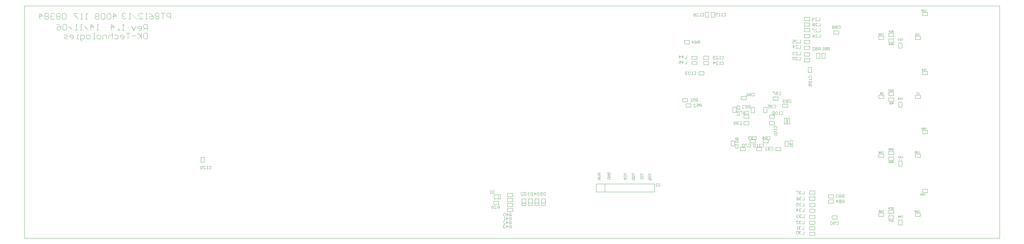
<source format=gbo>
*%FSLAX23Y23*%
*%MOIN*%
G01*
D11*
X4162Y5737D02*
Y8532D01*
X15879D02*
Y5737D01*
X4162D01*
Y8532D02*
X15879D01*
D12*
X14986Y8483D02*
X14983Y8480D01*
X14986Y8483D02*
X14993D01*
X14996Y8480D01*
Y8466D01*
X14993Y8463D01*
X14986D01*
X14983Y8466D01*
X14976Y8463D02*
X14963D01*
X14976D02*
X14963Y8476D01*
Y8480D01*
X14966Y8483D01*
X14973D01*
X14976Y8480D01*
X14956Y8483D02*
X14943D01*
X14956D02*
Y8473D01*
X14949Y8476D01*
X14946D01*
X14943Y8473D01*
Y8466D01*
X14946Y8463D01*
X14953D01*
X14956Y8466D01*
X14986Y7065D02*
X14983Y7062D01*
X14986Y7065D02*
X14993D01*
X14996Y7062D01*
Y7048D01*
X14993Y7045D01*
X14986D01*
X14983Y7048D01*
X14976Y7065D02*
X14963D01*
X14976D02*
Y7055D01*
X14969Y7058D01*
X14966D01*
X14963Y7055D01*
Y7048D01*
X14966Y7045D01*
X14973D01*
X14976Y7048D01*
X14956Y7062D02*
X14953Y7065D01*
X14946D01*
X14943Y7062D01*
Y7048D01*
X14946Y7045D01*
X14953D01*
X14956Y7048D01*
Y7062D01*
X14983Y7770D02*
X14986Y7773D01*
X14993D01*
X14996Y7770D01*
Y7756D01*
X14993Y7753D01*
X14986D01*
X14983Y7756D01*
X14976Y7753D02*
X14969D01*
X14973D01*
Y7773D01*
X14974D01*
X14973D02*
X14976Y7770D01*
X14953D02*
X14946Y7773D01*
X14953Y7770D02*
X14959Y7763D01*
Y7756D01*
X14956Y7753D01*
X14949D01*
X14946Y7756D01*
Y7760D01*
X14949Y7763D01*
X14959D01*
X14701Y7428D02*
X14698Y7425D01*
X14701Y7428D02*
X14708D01*
X14711Y7425D01*
Y7411D01*
X14708Y7408D01*
X14701D01*
X14698Y7411D01*
X14691Y7408D02*
X14684D01*
X14688D01*
Y7428D01*
X14689D01*
X14688D02*
X14691Y7425D01*
X14674Y7428D02*
X14661D01*
X14674D02*
Y7418D01*
X14668Y7421D01*
X14664D01*
X14661Y7418D01*
Y7411D01*
X14664Y7408D01*
X14671D01*
X14674Y7411D01*
X14898Y7485D02*
X14901Y7488D01*
X14908D01*
X14911Y7485D01*
Y7471D01*
X14908Y7468D01*
X14901D01*
X14898Y7471D01*
X14891Y7488D02*
X14878D01*
Y7485D01*
X14891Y7471D01*
Y7468D01*
X14898Y8195D02*
X14901Y8198D01*
X14908D01*
X14911Y8195D01*
Y8181D01*
X14908Y8178D01*
X14901D01*
X14898Y8181D01*
X14891Y8178D02*
X14878D01*
X14891D02*
X14878Y8191D01*
Y8195D01*
X14881Y8198D01*
X14888D01*
X14891Y8195D01*
X14871Y8178D02*
X14864D01*
X14868D01*
Y8198D01*
X14869D01*
X14868D02*
X14871Y8195D01*
X14701Y8138D02*
X14698Y8135D01*
X14701Y8138D02*
X14708D01*
X14711Y8135D01*
Y8121D01*
X14708Y8118D01*
X14701D01*
X14698Y8121D01*
X14691Y8118D02*
X14678D01*
X14691D02*
X14678Y8131D01*
Y8135D01*
X14681Y8138D01*
X14688D01*
X14691Y8135D01*
X14671D02*
X14668Y8138D01*
X14661D01*
X14658Y8135D01*
Y8131D01*
X14659D01*
X14658D02*
X14659D01*
X14658D02*
X14659D01*
X14658D02*
X14661Y8128D01*
X14664D01*
X14661D01*
X14658Y8125D01*
Y8121D01*
X14661Y8118D01*
X14668D01*
X14671Y8121D01*
X14972Y6275D02*
X14969Y6272D01*
X14972Y6275D02*
X14979D01*
X14982Y6272D01*
Y6258D01*
X14979Y6255D01*
X14972D01*
X14969Y6258D01*
X14955Y6272D02*
X14949Y6275D01*
X14955Y6272D02*
X14962Y6265D01*
Y6258D01*
X14959Y6255D01*
X14952D01*
X14949Y6258D01*
Y6262D01*
X14952Y6265D01*
X14962D01*
X14942Y6258D02*
X14939Y6255D01*
X14932D01*
X14929Y6258D01*
Y6272D01*
X14932Y6275D01*
X14939D01*
X14942Y6272D01*
Y6268D01*
X14939Y6265D01*
X14929D01*
X14701Y6011D02*
X14698Y6008D01*
X14701Y6011D02*
X14708D01*
X14711Y6008D01*
Y5994D01*
X14708Y5991D01*
X14701D01*
X14698Y5994D01*
X14684Y6008D02*
X14678Y6011D01*
X14684Y6008D02*
X14691Y6001D01*
Y5994D01*
X14688Y5991D01*
X14681D01*
X14678Y5994D01*
Y5998D01*
X14681Y6001D01*
X14691D01*
X14664Y6008D02*
X14658Y6011D01*
X14664Y6008D02*
X14671Y6001D01*
Y5994D01*
X14668Y5991D01*
X14661D01*
X14658Y5994D01*
Y5998D01*
X14661Y6001D01*
X14671D01*
X14898Y6068D02*
X14901Y6071D01*
X14908D01*
X14911Y6068D01*
Y6054D01*
X14908Y6051D01*
X14901D01*
X14898Y6054D01*
X14884Y6068D02*
X14878Y6071D01*
X14884Y6068D02*
X14891Y6061D01*
Y6054D01*
X14888Y6051D01*
X14881D01*
X14878Y6054D01*
Y6058D01*
X14881Y6061D01*
X14891D01*
X14861Y6071D02*
Y6051D01*
X14871Y6061D02*
X14861Y6071D01*
X14858Y6061D02*
X14871D01*
X14698Y6717D02*
X14701Y6720D01*
X14708D01*
X14711Y6717D01*
Y6703D01*
X14708Y6700D01*
X14701D01*
X14698Y6703D01*
X14681Y6700D02*
Y6720D01*
X14691Y6710D01*
X14678D01*
X14671Y6720D02*
X14658D01*
Y6717D01*
X14671Y6703D01*
Y6700D01*
X14898Y6777D02*
X14901Y6780D01*
X14908D01*
X14911Y6777D01*
Y6763D01*
X14908Y6760D01*
X14901D01*
X14898Y6763D01*
X14881Y6760D02*
Y6780D01*
X14891Y6770D01*
X14878D01*
X14871Y6780D02*
X14858D01*
X14871D02*
Y6770D01*
X14864Y6773D01*
X14861D01*
X14858Y6770D01*
Y6763D01*
X14861Y6760D01*
X14868D01*
X14871Y6763D01*
X14600Y7504D02*
Y7524D01*
X14590D01*
X14587Y7521D01*
Y7514D01*
X14590Y7511D01*
X14600D01*
X14593D02*
X14587Y7504D01*
X14580D02*
X14567D01*
X14580D02*
X14567Y7517D01*
Y7521D01*
X14570Y7524D01*
X14577D01*
X14580Y7521D01*
X14560D02*
X14557Y7524D01*
X14550D01*
X14547Y7521D01*
Y7517D01*
X14548D01*
X14547D02*
X14548D01*
X14547D02*
X14548D01*
X14547D02*
X14550Y7514D01*
X14553D01*
X14550D01*
X14547Y7511D01*
Y7507D01*
X14550Y7504D01*
X14557D01*
X14560Y7507D01*
X14470Y7489D02*
X14467Y7486D01*
X14470Y7489D02*
X14477D01*
X14480Y7486D01*
Y7472D01*
X14477Y7469D01*
X14470D01*
X14467Y7472D01*
X14460Y7486D02*
X14457Y7489D01*
X14450D01*
X14447Y7486D01*
Y7482D01*
X14450Y7479D01*
X14447Y7476D01*
Y7472D01*
X14450Y7469D01*
X14457D01*
X14460Y7472D01*
Y7476D01*
X14457Y7479D01*
X14460Y7482D01*
Y7486D01*
X14457Y7479D02*
X14450D01*
X14598Y7372D02*
Y7352D01*
Y7372D02*
X14588D01*
X14585Y7369D01*
Y7362D01*
X14588Y7359D01*
X14598D01*
X14591D02*
X14585Y7352D01*
X14578D02*
X14565D01*
X14578D02*
X14565Y7365D01*
Y7369D01*
X14568Y7372D01*
X14575D01*
X14578Y7369D01*
X14558Y7352D02*
X14551D01*
X14555D01*
Y7372D01*
X14556D01*
X14555D02*
X14558Y7369D01*
X14598Y8062D02*
Y8082D01*
X14588D01*
X14585Y8079D01*
Y8072D01*
X14588Y8069D01*
X14598D01*
X14591D02*
X14585Y8062D01*
X14578D02*
X14571D01*
X14575D01*
Y8082D01*
X14576D01*
X14575D02*
X14578Y8079D01*
X14561D02*
X14558Y8082D01*
X14551D01*
X14548Y8079D01*
Y8075D01*
X14551Y8072D01*
X14548Y8069D01*
Y8065D01*
X14551Y8062D01*
X14558D01*
X14561Y8065D01*
Y8069D01*
X14558Y8072D01*
X14561Y8075D01*
Y8079D01*
X14558Y8072D02*
X14551D01*
X14467Y8196D02*
X14470Y8199D01*
X14477D01*
X14480Y8196D01*
Y8182D01*
X14477Y8179D01*
X14470D01*
X14467Y8182D01*
X14460Y8179D02*
X14447D01*
X14460D02*
X14447Y8192D01*
Y8196D01*
X14450Y8199D01*
X14457D01*
X14460Y8196D01*
X14440Y8179D02*
X14427D01*
X14440D02*
X14427Y8192D01*
Y8196D01*
X14430Y8199D01*
X14437D01*
X14440Y8196D01*
X14600Y8214D02*
Y8234D01*
X14590D01*
X14587Y8231D01*
Y8224D01*
X14590Y8221D01*
X14600D01*
X14593D02*
X14587Y8214D01*
X14580D02*
X14573D01*
X14577D01*
Y8234D01*
X14578D01*
X14577D02*
X14580Y8231D01*
X14563Y8217D02*
X14560Y8214D01*
X14553D01*
X14550Y8217D01*
Y8231D01*
X14553Y8234D01*
X14560D01*
X14563Y8231D01*
Y8227D01*
X14560Y8224D01*
X14550D01*
X14470Y6781D02*
X14467Y6778D01*
X14470Y6781D02*
X14477D01*
X14480Y6778D01*
Y6764D01*
X14477Y6761D01*
X14470D01*
X14467Y6764D01*
X14450Y6761D02*
Y6781D01*
X14460Y6771D01*
X14447D01*
X14433Y6778D02*
X14427Y6781D01*
X14433Y6778D02*
X14440Y6771D01*
Y6764D01*
X14437Y6761D01*
X14430D01*
X14427Y6764D01*
Y6768D01*
X14430Y6771D01*
X14440D01*
X14600Y6107D02*
Y6087D01*
Y6107D02*
X14590D01*
X14587Y6104D01*
Y6097D01*
X14590Y6094D01*
X14600D01*
X14593D02*
X14587Y6087D01*
X14580Y6107D02*
X14567D01*
Y6104D01*
X14580Y6090D01*
Y6087D01*
X14560Y6090D02*
X14557Y6087D01*
X14550D01*
X14547Y6090D01*
Y6104D01*
X14550Y6107D01*
X14557D01*
X14560Y6104D01*
Y6100D01*
X14557Y6097D01*
X14547D01*
X14470Y6072D02*
X14467Y6069D01*
X14470Y6072D02*
X14477D01*
X14480Y6069D01*
Y6055D01*
X14477Y6052D01*
X14470D01*
X14467Y6055D01*
X14453Y6069D02*
X14447Y6072D01*
X14453Y6069D02*
X14460Y6062D01*
Y6055D01*
X14457Y6052D01*
X14450D01*
X14447Y6055D01*
Y6059D01*
X14450Y6062D01*
X14460D01*
X14440Y6072D02*
X14427D01*
X14440D02*
Y6062D01*
X14433Y6065D01*
X14430D01*
X14427Y6062D01*
Y6055D01*
X14430Y6052D01*
X14437D01*
X14440Y6055D01*
X14598Y5955D02*
Y5935D01*
Y5955D02*
X14588D01*
X14585Y5952D01*
Y5945D01*
X14588Y5942D01*
X14598D01*
X14591D02*
X14585Y5935D01*
X14578Y5955D02*
X14565D01*
Y5952D01*
X14578Y5938D01*
Y5935D01*
X14558Y5955D02*
X14545D01*
Y5952D01*
X14558Y5938D01*
Y5935D01*
X14600Y6796D02*
Y6816D01*
X14590D01*
X14587Y6813D01*
Y6806D01*
X14590Y6803D01*
X14600D01*
X14593D02*
X14587Y6796D01*
X14573Y6813D02*
X14567Y6816D01*
X14573Y6813D02*
X14580Y6806D01*
Y6799D01*
X14577Y6796D01*
X14570D01*
X14567Y6799D01*
Y6803D01*
X14570Y6806D01*
X14580D01*
X14560Y6813D02*
X14557Y6816D01*
X14550D01*
X14547Y6813D01*
Y6809D01*
X14550Y6806D01*
X14547Y6803D01*
Y6799D01*
X14550Y6796D01*
X14557D01*
X14560Y6799D01*
Y6803D01*
X14557Y6806D01*
X14560Y6809D01*
Y6813D01*
X14557Y6806D02*
X14550D01*
X14598Y6664D02*
Y6644D01*
Y6664D02*
X14588D01*
X14585Y6661D01*
Y6654D01*
X14588Y6651D01*
X14598D01*
X14591D02*
X14585Y6644D01*
X14571Y6661D02*
X14565Y6664D01*
X14571Y6661D02*
X14578Y6654D01*
Y6647D01*
X14575Y6644D01*
X14568D01*
X14565Y6647D01*
Y6651D01*
X14568Y6654D01*
X14578D01*
X14558Y6661D02*
X14555Y6664D01*
X14548D01*
X14545Y6661D01*
Y6647D01*
X14548Y6644D01*
X14555D01*
X14558Y6647D01*
Y6661D01*
D15*
X13351Y7112D02*
X13330D01*
X13318D02*
X13291D01*
X13299Y7181D02*
X13318D01*
X13312D02*
X13291D01*
X13330Y7179D02*
X13337D01*
X13333D02*
X13356D01*
X13330D02*
Y7112D01*
X13356Y7117D02*
Y7179D01*
X13318Y7181D02*
Y7112D01*
X13291D02*
Y7181D01*
X13356Y7117D02*
X13351Y7112D01*
X13721Y7997D02*
Y8032D01*
X13704D01*
X13698Y8026D01*
Y8014D01*
X13704Y8009D01*
X13721D01*
X13709D02*
X13698Y7997D01*
X13686Y8026D02*
X13680Y8032D01*
X13669D01*
X13663Y8026D01*
Y8020D01*
X13669Y8014D01*
X13663Y8009D01*
Y8003D01*
X13669Y7997D01*
X13680D01*
X13686Y8003D01*
Y8009D01*
X13680Y8014D01*
X13686Y8020D01*
Y8026D01*
X13680Y8014D02*
X13669D01*
X13651Y7997D02*
X13628D01*
X13651D02*
X13628Y8020D01*
Y8026D01*
X13634Y8032D01*
X13645D01*
X13651Y8026D01*
X13833Y8032D02*
Y7997D01*
Y8032D02*
X13816D01*
X13810Y8026D01*
Y8014D01*
X13816Y8009D01*
X13833D01*
X13821D02*
X13810Y7997D01*
X13798Y8026D02*
X13792Y8032D01*
X13781D01*
X13775Y8026D01*
Y8020D01*
X13781Y8014D01*
X13775Y8009D01*
Y8003D01*
X13781Y7997D01*
X13792D01*
X13798Y8003D01*
Y8009D01*
X13792Y8014D01*
X13798Y8020D01*
Y8026D01*
X13792Y8014D02*
X13781D01*
X13763Y7997D02*
X13751D01*
X13757D01*
Y8032D01*
X13758D01*
X13757D02*
X13763Y8026D01*
X13353Y7403D02*
X13347Y7397D01*
X13353Y7403D02*
X13364D01*
X13370Y7397D01*
Y7374D01*
X13364Y7368D01*
X13353D01*
X13347Y7374D01*
X13335Y7397D02*
X13329Y7403D01*
X13318D01*
X13312Y7397D01*
Y7391D01*
X13318Y7385D01*
X13312Y7380D01*
Y7374D01*
X13318Y7368D01*
X13329D01*
X13335Y7374D01*
Y7380D01*
X13329Y7385D01*
X13335Y7391D01*
Y7397D01*
X13329Y7385D02*
X13318D01*
X13300Y7374D02*
X13294Y7368D01*
X13283D01*
X13277Y7374D01*
Y7397D01*
X13283Y7403D01*
X13294D01*
X13300Y7397D01*
Y7391D01*
X13294Y7385D01*
X13277D01*
X13486Y7940D02*
Y7975D01*
Y7940D02*
X13463D01*
X13451D02*
X13428D01*
X13451D02*
X13428Y7963D01*
Y7969D01*
X13434Y7975D01*
X13445D01*
X13451Y7969D01*
X13416D02*
X13410Y7975D01*
X13399D01*
X13393Y7969D01*
Y7963D01*
X13394D01*
X13393D02*
X13394D01*
X13393D02*
X13394D01*
X13393D02*
X13399Y7957D01*
X13404D01*
X13399D01*
X13393Y7952D01*
Y7946D01*
X13399Y7940D01*
X13410D01*
X13416Y7946D01*
X13940Y8286D02*
X13946Y8292D01*
X13957D01*
X13963Y8286D01*
Y8263D01*
X13957Y8257D01*
X13946D01*
X13940Y8263D01*
X13928Y8286D02*
X13922Y8292D01*
X13911D01*
X13905Y8286D01*
Y8280D01*
X13911Y8274D01*
X13905Y8269D01*
Y8263D01*
X13911Y8257D01*
X13922D01*
X13928Y8263D01*
Y8269D01*
X13922Y8274D01*
X13928Y8280D01*
Y8286D01*
X13922Y8274D02*
X13911D01*
X13893Y8286D02*
X13887Y8292D01*
X13876D01*
X13870Y8286D01*
Y8280D01*
X13876Y8274D01*
X13870Y8269D01*
Y8263D01*
X13876Y8257D01*
X13887D01*
X13893Y8263D01*
Y8269D01*
X13887Y8274D01*
X13893Y8280D01*
Y8286D01*
X13887Y8274D02*
X13876D01*
X13231Y7497D02*
X13225Y7491D01*
X13231Y7497D02*
X13242D01*
X13248Y7491D01*
Y7468D01*
X13242Y7462D01*
X13231D01*
X13225Y7468D01*
X13213Y7491D02*
X13207Y7497D01*
X13196D01*
X13190Y7491D01*
Y7485D01*
X13196Y7479D01*
X13190Y7474D01*
Y7468D01*
X13196Y7462D01*
X13207D01*
X13213Y7468D01*
Y7474D01*
X13207Y7479D01*
X13213Y7485D01*
Y7491D01*
X13207Y7479D02*
X13196D01*
X13178Y7497D02*
X13155D01*
Y7491D01*
X13178Y7468D01*
Y7462D01*
X13356Y6900D02*
X13362Y6894D01*
X13356Y6900D02*
Y6911D01*
X13362Y6917D01*
X13385D01*
X13391Y6911D01*
Y6900D01*
X13385Y6894D01*
Y6882D02*
X13391Y6876D01*
Y6865D01*
X13385Y6859D01*
X13362D01*
X13356Y6865D01*
Y6876D01*
X13362Y6882D01*
X13368D01*
X13374Y6876D01*
Y6859D01*
X13391Y6847D02*
Y6835D01*
Y6841D01*
X13356D01*
X13357D01*
X13356D02*
X13362Y6847D01*
X13591Y7666D02*
X13585Y7672D01*
Y7683D01*
X13591Y7689D01*
X13614D01*
X13620Y7683D01*
Y7672D01*
X13614Y7666D01*
X13620Y7654D02*
Y7642D01*
Y7648D01*
X13585D01*
X13586D01*
X13585D02*
X13591Y7654D01*
Y7625D02*
X13585Y7619D01*
Y7607D01*
X13591Y7602D01*
X13614D01*
X13620Y7607D01*
Y7619D01*
X13614Y7625D01*
X13591D01*
X13585Y7590D02*
Y7567D01*
Y7590D02*
X13603D01*
X13597Y7578D01*
Y7572D01*
X13603Y7567D01*
X13614D01*
X13620Y7572D01*
Y7584D01*
X13614Y7590D01*
X13168Y7067D02*
X13174Y7061D01*
X13168Y7067D02*
Y7078D01*
X13174Y7084D01*
X13197D01*
X13203Y7078D01*
Y7067D01*
X13197Y7061D01*
X13203Y7049D02*
Y7037D01*
Y7043D01*
X13168D01*
X13169D01*
X13168D02*
X13174Y7049D01*
Y7020D02*
X13168Y7014D01*
Y7002D01*
X13174Y6997D01*
X13197D01*
X13203Y7002D01*
Y7014D01*
X13197Y7020D01*
X13174D01*
X13203Y6985D02*
Y6973D01*
Y6979D01*
X13168D01*
X13169D01*
X13168D02*
X13174Y6985D01*
X13250Y7253D02*
X13256Y7259D01*
X13267D01*
X13273Y7253D01*
Y7230D01*
X13267Y7224D01*
X13256D01*
X13250Y7230D01*
X13238Y7224D02*
X13226D01*
X13232D01*
Y7259D01*
X13233D01*
X13232D02*
X13238Y7253D01*
X13209D02*
X13203Y7259D01*
X13191D01*
X13186Y7253D01*
Y7230D01*
X13191Y7224D01*
X13203D01*
X13209Y7230D01*
Y7253D01*
X13174D02*
X13168Y7259D01*
X13156D01*
X13151Y7253D01*
Y7230D01*
X13156Y7224D01*
X13168D01*
X13174Y7230D01*
Y7253D01*
X13165Y7333D02*
X13171Y7339D01*
X13182D01*
X13188Y7333D01*
Y7310D01*
X13182Y7304D01*
X13171D01*
X13165Y7310D01*
X13153D02*
X13147Y7304D01*
X13136D01*
X13130Y7310D01*
Y7333D01*
X13136Y7339D01*
X13147D01*
X13153Y7333D01*
Y7327D01*
X13147Y7321D01*
X13130D01*
X13118Y7339D02*
X13095D01*
X13118D02*
Y7321D01*
X13106Y7327D01*
X13101D01*
X13095Y7321D01*
Y7310D01*
X13101Y7304D01*
X13112D01*
X13118Y7310D01*
X13105Y6960D02*
X13099Y6954D01*
X13105Y6960D02*
X13116D01*
X13122Y6954D01*
Y6931D01*
X13116Y6925D01*
X13105D01*
X13099Y6931D01*
X13087D02*
X13081Y6925D01*
X13070D01*
X13064Y6931D01*
Y6954D01*
X13070Y6960D01*
X13081D01*
X13087Y6954D01*
Y6948D01*
X13081Y6942D01*
X13064D01*
X13035Y6925D02*
Y6960D01*
X13052Y6942D01*
X13029D01*
X13485Y7880D02*
Y7915D01*
Y7880D02*
X13462D01*
X13450D02*
X13427D01*
X13450D02*
X13427Y7903D01*
Y7909D01*
X13433Y7915D01*
X13444D01*
X13450Y7909D01*
X13415D02*
X13409Y7915D01*
X13398D01*
X13392Y7909D01*
Y7886D01*
X13398Y7880D01*
X13409D01*
X13415Y7886D01*
Y7909D01*
X13485Y8084D02*
Y8119D01*
Y8084D02*
X13462D01*
X13450D02*
X13427D01*
X13450D02*
X13427Y8107D01*
Y8113D01*
X13433Y8119D01*
X13444D01*
X13450Y8113D01*
X13415Y8119D02*
X13392D01*
X13415D02*
Y8101D01*
X13403Y8107D01*
X13398D01*
X13392Y8101D01*
Y8090D01*
X13398Y8084D01*
X13409D01*
X13415Y8090D01*
X13486Y8056D02*
Y8021D01*
X13463D01*
X13451D02*
X13428D01*
X13451D02*
X13428Y8044D01*
Y8050D01*
X13434Y8056D01*
X13445D01*
X13451Y8050D01*
X13399Y8056D02*
Y8021D01*
X13416Y8038D02*
X13399Y8056D01*
X13393Y8038D02*
X13416D01*
X13724Y8153D02*
Y8188D01*
Y8153D02*
X13701D01*
X13689D02*
X13666D01*
X13689D02*
X13666Y8176D01*
Y8182D01*
X13672Y8188D01*
X13683D01*
X13689Y8182D01*
X13642D02*
X13631Y8188D01*
X13642Y8182D02*
X13654Y8170D01*
Y8159D01*
X13648Y8153D01*
X13637D01*
X13631Y8159D01*
Y8165D01*
X13637Y8170D01*
X13654D01*
X13723Y8218D02*
Y8253D01*
Y8218D02*
X13700D01*
X13688D02*
X13665D01*
X13688D02*
X13665Y8241D01*
Y8247D01*
X13671Y8253D01*
X13682D01*
X13688Y8247D01*
X13653Y8253D02*
X13630D01*
Y8247D01*
X13653Y8224D01*
Y8218D01*
X13722Y8289D02*
Y8324D01*
Y8289D02*
X13699D01*
X13687D02*
X13664D01*
X13687D02*
X13664Y8312D01*
Y8318D01*
X13670Y8324D01*
X13681D01*
X13687Y8318D01*
X13652D02*
X13646Y8324D01*
X13635D01*
X13629Y8318D01*
Y8312D01*
X13635Y8306D01*
X13629Y8301D01*
Y8295D01*
X13635Y8289D01*
X13646D01*
X13652Y8295D01*
Y8301D01*
X13646Y8306D01*
X13652Y8312D01*
Y8318D01*
X13646Y8306D02*
X13635D01*
X13720Y8351D02*
Y8386D01*
Y8351D02*
X13697D01*
X13685D02*
X13662D01*
X13685D02*
X13662Y8374D01*
Y8380D01*
X13668Y8386D01*
X13679D01*
X13685Y8380D01*
X13650Y8357D02*
X13644Y8351D01*
X13633D01*
X13627Y8357D01*
Y8380D01*
X13633Y8386D01*
X13644D01*
X13650Y8380D01*
Y8374D01*
X13644Y8368D01*
X13627D01*
X14008Y6263D02*
Y6228D01*
Y6263D02*
X13991D01*
X13985Y6257D01*
Y6245D01*
X13991Y6240D01*
X14008D01*
X13996D02*
X13985Y6228D01*
X13973Y6257D02*
X13967Y6263D01*
X13956D01*
X13950Y6257D01*
Y6251D01*
X13956Y6245D01*
X13950Y6240D01*
Y6234D01*
X13956Y6228D01*
X13967D01*
X13973Y6234D01*
Y6240D01*
X13967Y6245D01*
X13973Y6251D01*
Y6257D01*
X13967Y6245D02*
X13956D01*
X13938Y6257D02*
X13932Y6263D01*
X13921D01*
X13915Y6257D01*
Y6251D01*
X13916D01*
X13915D02*
X13916D01*
X13915D02*
X13916D01*
X13915D02*
X13921Y6245D01*
X13926D01*
X13921D01*
X13915Y6240D01*
Y6234D01*
X13921Y6228D01*
X13932D01*
X13938Y6234D01*
X14009Y6197D02*
Y6162D01*
Y6197D02*
X13992D01*
X13986Y6191D01*
Y6179D01*
X13992Y6174D01*
X14009D01*
X13997D02*
X13986Y6162D01*
X13974Y6191D02*
X13968Y6197D01*
X13957D01*
X13951Y6191D01*
Y6185D01*
X13957Y6179D01*
X13951Y6174D01*
Y6168D01*
X13957Y6162D01*
X13968D01*
X13974Y6168D01*
Y6174D01*
X13968Y6179D01*
X13974Y6185D01*
Y6191D01*
X13968Y6179D02*
X13957D01*
X13922Y6162D02*
Y6197D01*
X13939Y6179D01*
X13916D01*
X13923Y5937D02*
X13917Y5931D01*
X13923Y5937D02*
X13934D01*
X13940Y5931D01*
Y5908D01*
X13934Y5902D01*
X13923D01*
X13917Y5908D01*
X13905D02*
X13899Y5902D01*
X13888D01*
X13882Y5908D01*
Y5931D01*
X13888Y5937D01*
X13899D01*
X13905Y5931D01*
Y5925D01*
X13899Y5919D01*
X13882D01*
X13870Y5931D02*
X13864Y5937D01*
X13853D01*
X13847Y5931D01*
Y5908D01*
X13853Y5902D01*
X13864D01*
X13870Y5908D01*
Y5931D01*
X13133Y6827D02*
X13139Y6833D01*
X13150D01*
X13156Y6827D01*
Y6804D01*
X13150Y6798D01*
X13139D01*
X13133Y6804D01*
X13121D02*
X13115Y6798D01*
X13104D01*
X13098Y6804D01*
Y6827D01*
X13104Y6833D01*
X13115D01*
X13121Y6827D01*
Y6821D01*
X13115Y6815D01*
X13098D01*
X13086Y6798D02*
X13063D01*
X13086D02*
X13063Y6821D01*
Y6827D01*
X13069Y6833D01*
X13080D01*
X13086Y6827D01*
X13531Y6304D02*
Y6269D01*
X13508D01*
X13496Y6298D02*
X13490Y6304D01*
X13479D01*
X13473Y6298D01*
Y6292D01*
X13474D01*
X13473D02*
X13474D01*
X13473D02*
X13474D01*
X13473D02*
X13479Y6286D01*
X13484D01*
X13479D01*
X13473Y6281D01*
Y6275D01*
X13479Y6269D01*
X13490D01*
X13496Y6275D01*
X13461Y6304D02*
X13438D01*
Y6298D01*
X13461Y6275D01*
Y6269D01*
X13532Y6231D02*
Y6196D01*
X13509D01*
X13497Y6225D02*
X13491Y6231D01*
X13480D01*
X13474Y6225D01*
Y6219D01*
X13475D01*
X13474D02*
X13475D01*
X13474D02*
X13475D01*
X13474D02*
X13480Y6213D01*
X13485D01*
X13480D01*
X13474Y6208D01*
Y6202D01*
X13480Y6196D01*
X13491D01*
X13497Y6202D01*
X13450Y6225D02*
X13439Y6231D01*
X13450Y6225D02*
X13462Y6213D01*
Y6202D01*
X13456Y6196D01*
X13445D01*
X13439Y6202D01*
Y6208D01*
X13445Y6213D01*
X13462D01*
X13530Y6158D02*
Y6123D01*
X13507D01*
X13495Y6152D02*
X13489Y6158D01*
X13478D01*
X13472Y6152D01*
Y6146D01*
X13473D01*
X13472D02*
X13473D01*
X13472D02*
X13473D01*
X13472D02*
X13478Y6140D01*
X13483D01*
X13478D01*
X13472Y6135D01*
Y6129D01*
X13478Y6123D01*
X13489D01*
X13495Y6129D01*
X13460Y6158D02*
X13437D01*
X13460D02*
Y6140D01*
X13448Y6146D01*
X13443D01*
X13437Y6140D01*
Y6129D01*
X13443Y6123D01*
X13454D01*
X13460Y6129D01*
X13530Y6093D02*
Y6058D01*
X13507D01*
X13495Y6087D02*
X13489Y6093D01*
X13478D01*
X13472Y6087D01*
Y6081D01*
X13473D01*
X13472D02*
X13473D01*
X13472D02*
X13473D01*
X13472D02*
X13478Y6075D01*
X13483D01*
X13478D01*
X13472Y6070D01*
Y6064D01*
X13478Y6058D01*
X13489D01*
X13495Y6064D01*
X13443Y6058D02*
Y6093D01*
X13460Y6075D01*
X13437D01*
X13532Y6020D02*
Y5985D01*
X13509D01*
X13497Y6014D02*
X13491Y6020D01*
X13480D01*
X13474Y6014D01*
Y6008D01*
X13475D01*
X13474D02*
X13475D01*
X13474D02*
X13475D01*
X13474D02*
X13480Y6002D01*
X13485D01*
X13480D01*
X13474Y5997D01*
Y5991D01*
X13480Y5985D01*
X13491D01*
X13497Y5991D01*
X13462Y6014D02*
X13456Y6020D01*
X13445D01*
X13439Y6014D01*
Y6008D01*
X13440D01*
X13439D02*
X13440D01*
X13439D02*
X13440D01*
X13439D02*
X13445Y6002D01*
X13450D01*
X13445D01*
X13439Y5997D01*
Y5991D01*
X13445Y5985D01*
X13456D01*
X13462Y5991D01*
X13528Y5945D02*
Y5910D01*
X13505D01*
X13493Y5939D02*
X13487Y5945D01*
X13476D01*
X13470Y5939D01*
Y5933D01*
X13471D01*
X13470D02*
X13471D01*
X13470D02*
X13471D01*
X13470D02*
X13476Y5927D01*
X13481D01*
X13476D01*
X13470Y5922D01*
Y5916D01*
X13476Y5910D01*
X13487D01*
X13493Y5916D01*
X13458Y5910D02*
X13435D01*
X13458D02*
X13435Y5933D01*
Y5939D01*
X13441Y5945D01*
X13452D01*
X13458Y5939D01*
X13526Y5878D02*
Y5843D01*
X13503D01*
X13491Y5872D02*
X13485Y5878D01*
X13474D01*
X13468Y5872D01*
Y5866D01*
X13469D01*
X13468D02*
X13469D01*
X13468D02*
X13469D01*
X13468D02*
X13474Y5860D01*
X13479D01*
X13474D01*
X13468Y5855D01*
Y5849D01*
X13474Y5843D01*
X13485D01*
X13491Y5849D01*
X13456Y5843D02*
X13444D01*
X13450D01*
Y5878D01*
X13451D01*
X13450D02*
X13456Y5872D01*
X13528Y5822D02*
Y5787D01*
X13505D01*
X13493Y5816D02*
X13487Y5822D01*
X13476D01*
X13470Y5816D01*
Y5810D01*
X13471D01*
X13470D02*
X13471D01*
X13470D02*
X13471D01*
X13470D02*
X13476Y5804D01*
X13481D01*
X13476D01*
X13470Y5799D01*
Y5793D01*
X13476Y5787D01*
X13487D01*
X13493Y5793D01*
X13458Y5816D02*
X13452Y5822D01*
X13441D01*
X13435Y5816D01*
Y5793D01*
X13441Y5787D01*
X13452D01*
X13458Y5793D01*
Y5816D01*
X12273Y8077D02*
Y8112D01*
X12255D01*
X12249Y8107D01*
Y8095D01*
X12255Y8089D01*
X12273D01*
X12261D02*
X12249Y8077D01*
X12226Y8107D02*
X12214Y8112D01*
X12226Y8107D02*
X12238Y8095D01*
Y8083D01*
X12232Y8077D01*
X12220D01*
X12214Y8083D01*
Y8089D01*
X12220Y8095D01*
X12238D01*
X12185Y8077D02*
Y8112D01*
X12203Y8095D01*
X12179D01*
X12119Y7868D02*
Y7833D01*
X12096D01*
X12067D02*
Y7868D01*
X12084Y7851D01*
X12061D01*
X12049Y7868D02*
X12026D01*
X12049D02*
Y7851D01*
X12037Y7857D01*
X12032D01*
X12026Y7851D01*
Y7839D01*
X12032Y7833D01*
X12043D01*
X12049Y7839D01*
X12119Y7900D02*
Y7935D01*
Y7900D02*
X12096D01*
X12067D02*
Y7935D01*
X12084Y7918D01*
X12061D01*
X12032Y7900D02*
Y7935D01*
X12049Y7918D01*
X12026D01*
X12537Y7855D02*
X12543Y7860D01*
X12554D01*
X12560Y7855D01*
Y7831D01*
X12554Y7825D01*
X12543D01*
X12537Y7831D01*
X12525Y7825D02*
X12513D01*
X12519D01*
Y7860D01*
X12520D01*
X12519D02*
X12525Y7855D01*
X12496Y7825D02*
X12473D01*
X12496D02*
X12473Y7849D01*
Y7855D01*
X12478Y7860D01*
X12490D01*
X12496Y7855D01*
X12443Y7860D02*
Y7825D01*
X12461Y7843D02*
X12443Y7860D01*
X12438Y7843D02*
X12461D01*
X12537Y7922D02*
X12543Y7927D01*
X12554D01*
X12560Y7922D01*
Y7898D01*
X12554Y7892D01*
X12543D01*
X12537Y7898D01*
X12525Y7892D02*
X12513D01*
X12519D01*
Y7927D01*
X12520D01*
X12519D02*
X12525Y7922D01*
X12496Y7892D02*
X12473D01*
X12496D02*
X12473Y7916D01*
Y7922D01*
X12478Y7927D01*
X12490D01*
X12496Y7922D01*
X12461D02*
X12455Y7927D01*
X12443D01*
X12438Y7922D01*
Y7916D01*
X12439D01*
X12438D02*
X12439D01*
X12438D02*
X12439D01*
X12438D02*
X12443Y7910D01*
X12449D01*
X12443D01*
X12438Y7904D01*
Y7898D01*
X12443Y7892D01*
X12455D01*
X12461Y7898D01*
X12210Y7739D02*
X12204Y7733D01*
X12210Y7739D02*
X12221D01*
X12227Y7733D01*
Y7710D01*
X12221Y7704D01*
X12210D01*
X12204Y7710D01*
X12192Y7704D02*
X12180D01*
X12186D01*
Y7739D01*
X12187D01*
X12186D02*
X12192Y7733D01*
X12163D02*
X12157Y7739D01*
X12145D01*
X12140Y7733D01*
Y7710D01*
X12145Y7704D01*
X12157D01*
X12163Y7710D01*
Y7733D01*
X12128D02*
X12122Y7739D01*
X12110D01*
X12105Y7733D01*
Y7727D01*
X12106D01*
X12105D02*
X12106D01*
X12105D02*
X12106D01*
X12105D02*
X12110Y7721D01*
X12116D01*
X12110D01*
X12105Y7716D01*
Y7710D01*
X12110Y7704D01*
X12122D01*
X12128Y7710D01*
X12932Y6956D02*
X12938Y6962D01*
X12949D01*
X12955Y6956D01*
Y6933D01*
X12949Y6927D01*
X12938D01*
X12932Y6933D01*
X12920D02*
X12914Y6927D01*
X12903D01*
X12897Y6933D01*
Y6956D01*
X12903Y6962D01*
X12914D01*
X12920Y6956D01*
Y6950D01*
X12914Y6944D01*
X12897D01*
X12885Y6956D02*
X12879Y6962D01*
X12868D01*
X12862Y6956D01*
Y6950D01*
X12863D01*
X12862D02*
X12863D01*
X12862D02*
X12863D01*
X12862D02*
X12868Y6944D01*
X12873D01*
X12868D01*
X12862Y6939D01*
Y6933D01*
X12868Y6927D01*
X12879D01*
X12885Y6933D01*
X12727Y7308D02*
X12721Y7314D01*
Y7325D01*
X12727Y7331D01*
X12750D01*
X12756Y7325D01*
Y7314D01*
X12750Y7308D01*
X12756Y7296D02*
Y7284D01*
Y7290D01*
X12721D01*
X12722D01*
X12721D02*
X12727Y7296D01*
Y7267D02*
X12721Y7261D01*
Y7249D01*
X12727Y7244D01*
X12750D01*
X12756Y7249D01*
Y7261D01*
X12750Y7267D01*
X12727D01*
X12756Y7232D02*
Y7209D01*
Y7232D02*
X12733Y7209D01*
X12727D01*
X12721Y7214D01*
Y7226D01*
X12727Y7232D01*
X12761Y7141D02*
X12755Y7135D01*
X12761Y7141D02*
X12772D01*
X12778Y7135D01*
Y7112D01*
X12772Y7106D01*
X12761D01*
X12755Y7112D01*
X12743D02*
X12737Y7106D01*
X12726D01*
X12720Y7112D01*
Y7135D01*
X12726Y7141D01*
X12737D01*
X12743Y7135D01*
Y7129D01*
X12737Y7123D01*
X12720D01*
X12708Y7112D02*
X12702Y7106D01*
X12691D01*
X12685Y7112D01*
Y7135D01*
X12691Y7141D01*
X12702D01*
X12708Y7135D01*
Y7129D01*
X12702Y7123D01*
X12685D01*
X12836Y7259D02*
X12842Y7265D01*
X12853D01*
X12859Y7259D01*
Y7236D01*
X12853Y7230D01*
X12842D01*
X12836Y7236D01*
X12824D02*
X12818Y7230D01*
X12807D01*
X12801Y7236D01*
Y7259D01*
X12807Y7265D01*
X12818D01*
X12824Y7259D01*
Y7253D01*
X12818Y7247D01*
X12801D01*
X12789Y7265D02*
X12766D01*
Y7259D01*
X12789Y7236D01*
Y7230D01*
X12805Y7300D02*
X12811Y7306D01*
X12805Y7300D02*
X12794D01*
X12788Y7306D01*
Y7329D01*
X12794Y7335D01*
X12805D01*
X12811Y7329D01*
X12823D02*
X12829Y7335D01*
X12840D01*
X12846Y7329D01*
Y7306D01*
X12840Y7300D01*
X12829D01*
X12823Y7306D01*
Y7312D01*
X12829Y7318D01*
X12846D01*
X12870Y7306D02*
X12881Y7300D01*
X12870Y7306D02*
X12858Y7318D01*
Y7329D01*
X12864Y7335D01*
X12875D01*
X12881Y7329D01*
Y7323D01*
X12875Y7318D01*
X12858D01*
X12908Y7477D02*
X12914Y7483D01*
X12925D01*
X12931Y7477D01*
Y7454D01*
X12925Y7448D01*
X12914D01*
X12908Y7454D01*
X12896Y7477D02*
X12890Y7483D01*
X12879D01*
X12873Y7477D01*
Y7471D01*
X12879Y7465D01*
X12873Y7460D01*
Y7454D01*
X12879Y7448D01*
X12890D01*
X12896Y7454D01*
Y7460D01*
X12890Y7465D01*
X12896Y7471D01*
Y7477D01*
X12890Y7465D02*
X12879D01*
X12849Y7477D02*
X12838Y7483D01*
X12849Y7477D02*
X12861Y7465D01*
Y7454D01*
X12855Y7448D01*
X12844D01*
X12838Y7454D01*
Y7460D01*
X12844Y7465D01*
X12861D01*
X12248Y7416D02*
Y7381D01*
Y7416D02*
X12231D01*
X12225Y7410D01*
Y7398D01*
X12231Y7393D01*
X12248D01*
X12236D02*
X12225Y7381D01*
X12213Y7416D02*
X12190D01*
X12213D02*
Y7398D01*
X12201Y7404D01*
X12196D01*
X12190Y7398D01*
Y7387D01*
X12196Y7381D01*
X12207D01*
X12213Y7387D01*
X12178Y7381D02*
X12166D01*
X12172D01*
Y7416D01*
X12173D01*
X12172D02*
X12178Y7410D01*
X12297Y7352D02*
Y7317D01*
Y7352D02*
X12280D01*
X12274Y7346D01*
Y7334D01*
X12280Y7329D01*
X12297D01*
X12285D02*
X12274Y7317D01*
X12262Y7352D02*
X12239D01*
X12262D02*
Y7334D01*
X12250Y7340D01*
X12245D01*
X12239Y7334D01*
Y7323D01*
X12245Y7317D01*
X12256D01*
X12262Y7323D01*
X12227Y7317D02*
X12204D01*
X12227D02*
X12204Y7340D01*
Y7346D01*
X12210Y7352D01*
X12221D01*
X12227Y7346D01*
X12300Y8437D02*
X12306Y8443D01*
X12318D01*
X12324Y8437D01*
Y8414D01*
X12318Y8408D01*
X12306D01*
X12300Y8414D01*
X12289Y8408D02*
X12277D01*
X12283D01*
Y8443D01*
X12284D01*
X12283D02*
X12289Y8437D01*
X12260Y8408D02*
X12236D01*
X12260D02*
X12236Y8431D01*
Y8437D01*
X12242Y8443D01*
X12254D01*
X12260Y8437D01*
X12213D02*
X12201Y8443D01*
X12213Y8437D02*
X12225Y8426D01*
Y8414D01*
X12219Y8408D01*
X12207D01*
X12201Y8414D01*
Y8420D01*
X12207Y8426D01*
X12225D01*
X12560Y8437D02*
X12566Y8443D01*
X12578D01*
X12584Y8437D01*
Y8414D01*
X12578Y8408D01*
X12566D01*
X12560Y8414D01*
X12549Y8408D02*
X12537D01*
X12543D01*
Y8443D01*
X12544D01*
X12543D02*
X12549Y8437D01*
X12519Y8408D02*
X12508D01*
X12514D01*
Y8443D01*
X12515D01*
X12514D02*
X12519Y8437D01*
X12490Y8443D02*
X12467D01*
X12490D02*
Y8426D01*
X12479Y8431D01*
X12473D01*
X12467Y8426D01*
Y8414D01*
X12473Y8408D01*
X12484D01*
X12490Y8414D01*
X13021Y6869D02*
X13015Y6863D01*
X13021Y6869D02*
X13032D01*
X13038Y6863D01*
Y6840D01*
X13032Y6834D01*
X13021D01*
X13015Y6840D01*
X13003Y6834D02*
X12991D01*
X12997D01*
Y6869D01*
X12998D01*
X12997D02*
X13003Y6863D01*
X12974Y6834D02*
X12962D01*
X12968D01*
Y6869D01*
X12969D01*
X12968D02*
X12974Y6863D01*
X12945D02*
X12939Y6869D01*
X12927D01*
X12921Y6863D01*
Y6840D01*
X12927Y6834D01*
X12939D01*
X12945Y6840D01*
Y6863D01*
X12864Y6869D02*
X12858Y6863D01*
X12864Y6869D02*
X12875D01*
X12881Y6863D01*
Y6840D01*
X12875Y6834D01*
X12864D01*
X12858Y6840D01*
X12846Y6869D02*
X12823D01*
Y6863D01*
X12846Y6840D01*
Y6834D01*
X12811Y6863D02*
X12805Y6869D01*
X12794D01*
X12788Y6863D01*
Y6840D01*
X12794Y6834D01*
X12805D01*
X12811Y6840D01*
Y6863D01*
X12739Y6839D02*
X12733Y6845D01*
X12739Y6839D02*
Y6828D01*
X12733Y6822D01*
X12710D01*
X12704Y6828D01*
Y6839D01*
X12710Y6845D01*
X12704Y6857D02*
Y6869D01*
Y6863D01*
X12739D01*
X12740D01*
X12739D02*
X12733Y6857D01*
Y6886D02*
X12739Y6892D01*
Y6904D01*
X12733Y6909D01*
X12710D01*
X12704Y6904D01*
Y6892D01*
X12710Y6886D01*
X12733D01*
Y6921D02*
X12739Y6927D01*
Y6939D01*
X12733Y6944D01*
X12727D01*
X12721Y6939D01*
X12716Y6944D01*
X12710D01*
X12704Y6939D01*
Y6927D01*
X12710Y6921D01*
X12716D01*
X12721Y6927D01*
X12727Y6921D01*
X12733D01*
X12721Y6927D02*
Y6939D01*
X10008Y5991D02*
Y5956D01*
Y5991D02*
X9991D01*
X9985Y5985D01*
Y5973D01*
X9991Y5968D01*
X10008D01*
X9996D02*
X9985Y5956D01*
X9956D02*
Y5991D01*
X9973Y5973D01*
X9950D01*
X9938Y5956D02*
X9926D01*
X9932D01*
Y5991D01*
X9933D01*
X9932D02*
X9938Y5985D01*
X10138Y6131D02*
Y6210D01*
X10186D02*
Y6131D01*
Y6160D02*
X10138D01*
X10139Y6210D02*
X10187D01*
Y6131D02*
X10139D01*
X10185Y6254D02*
Y6289D01*
Y6254D02*
X10167D01*
X10161Y6260D01*
Y6283D01*
X10167Y6289D01*
X10185D01*
X10150Y6254D02*
X10126D01*
X10150D02*
X10126Y6277D01*
Y6283D01*
X10132Y6289D01*
X10144D01*
X10150Y6283D01*
X10265Y6210D02*
Y6131D01*
X10217D02*
Y6210D01*
X10217Y6131D02*
X10265D01*
Y6210D02*
X10217D01*
X10217Y6160D02*
X10265D01*
X10268Y6253D02*
Y6288D01*
Y6253D02*
X10251D01*
X10245Y6259D01*
Y6282D01*
X10251Y6288D01*
X10268D01*
X10233Y6282D02*
X10227Y6288D01*
X10216D01*
X10210Y6282D01*
Y6276D01*
X10211D01*
X10210D02*
X10211D01*
X10210D02*
X10211D01*
X10210D02*
X10216Y6270D01*
X10222D01*
X10216D01*
X10210Y6265D01*
Y6259D01*
X10216Y6253D01*
X10227D01*
X10233Y6259D01*
X10296Y6210D02*
Y6131D01*
X10344D02*
Y6210D01*
Y6160D02*
X10296D01*
X10296Y6210D02*
X10344D01*
Y6131D02*
X10296D01*
X10344Y6253D02*
Y6288D01*
Y6253D02*
X10326D01*
X10320Y6259D01*
Y6282D01*
X10326Y6288D01*
X10344D01*
X10291D02*
Y6253D01*
X10309Y6270D02*
X10291Y6288D01*
X10285Y6270D02*
X10309D01*
X10423Y6210D02*
Y6131D01*
X10375D02*
Y6210D01*
X10375Y6131D02*
X10423D01*
Y6210D02*
X10375D01*
X10375Y6160D02*
X10423D01*
X10419Y6253D02*
Y6288D01*
Y6253D02*
X10402D01*
X10396Y6259D01*
Y6282D01*
X10402Y6288D01*
X10419D01*
X10384D02*
X10361D01*
X10384D02*
Y6270D01*
X10373Y6276D01*
X10367D01*
X10361Y6270D01*
Y6259D01*
X10367Y6253D01*
X10378D01*
X10384Y6259D01*
X10008Y5943D02*
Y5908D01*
Y5943D02*
X9991D01*
X9985Y5937D01*
Y5925D01*
X9991Y5920D01*
X10008D01*
X9996D02*
X9985Y5908D01*
X9956D02*
Y5943D01*
X9973Y5925D01*
X9950D01*
X9938Y5908D02*
X9915D01*
X9938D02*
X9915Y5931D01*
Y5937D01*
X9921Y5943D01*
X9932D01*
X9938Y5937D01*
X10008Y5894D02*
Y5859D01*
Y5894D02*
X9991D01*
X9985Y5888D01*
Y5876D01*
X9991Y5871D01*
X10008D01*
X9996D02*
X9985Y5859D01*
X9956D02*
Y5894D01*
X9973Y5876D01*
X9950D01*
X9938Y5888D02*
X9932Y5894D01*
X9921D01*
X9915Y5888D01*
Y5882D01*
X9916D01*
X9915D02*
X9916D01*
X9915D02*
X9916D01*
X9915D02*
X9921Y5876D01*
X9926D01*
X9921D01*
X9915Y5871D01*
Y5865D01*
X9921Y5859D01*
X9932D01*
X9938Y5865D01*
X10010Y6003D02*
Y6038D01*
X9993D01*
X9987Y6032D01*
Y6020D01*
X9993Y6015D01*
X10010D01*
X9998D02*
X9987Y6003D01*
X9958D02*
Y6038D01*
X9975Y6020D01*
X9952D01*
X9940Y6032D02*
X9934Y6038D01*
X9923D01*
X9917Y6032D01*
Y6009D01*
X9923Y6003D01*
X9934D01*
X9940Y6009D01*
Y6032D01*
X9868Y6093D02*
Y6128D01*
X9851D01*
X9845Y6122D01*
Y6110D01*
X9851Y6105D01*
X9868D01*
X9856D02*
X9845Y6093D01*
X9833D02*
X9810D01*
X9833D02*
X9810Y6116D01*
Y6122D01*
X9816Y6128D01*
X9827D01*
X9833Y6122D01*
X9798D02*
X9792Y6128D01*
X9781D01*
X9775Y6122D01*
Y6116D01*
X9781Y6110D01*
X9775Y6105D01*
Y6099D01*
X9781Y6093D01*
X9792D01*
X9798Y6099D01*
Y6105D01*
X9792Y6110D01*
X9798Y6116D01*
Y6122D01*
X9792Y6110D02*
X9781D01*
X9855Y6212D02*
Y6260D01*
X9805Y6260D02*
Y6212D01*
X9884D02*
Y6260D01*
X9884Y6212D02*
X9805D01*
Y6260D02*
X9884D01*
X9803Y6276D02*
Y6311D01*
Y6276D02*
X9786D01*
X9780Y6282D01*
Y6305D01*
X9786Y6311D01*
X9803D01*
X9768Y6276D02*
X9756D01*
X9762D01*
Y6311D01*
X9763D01*
X9762D02*
X9768Y6305D01*
X6384Y6605D02*
X6378Y6599D01*
X6384Y6605D02*
X6395D01*
X6401Y6599D01*
Y6576D01*
X6395Y6570D01*
X6384D01*
X6378Y6576D01*
X6366Y6570D02*
X6354D01*
X6360D01*
Y6605D01*
X6361D01*
X6360D02*
X6366Y6599D01*
X6337Y6570D02*
X6314D01*
X6337D02*
X6314Y6593D01*
Y6599D01*
X6319Y6605D01*
X6331D01*
X6337Y6599D01*
X6302D02*
X6296Y6605D01*
X6284D01*
X6279Y6599D01*
Y6576D01*
X6284Y6570D01*
X6296D01*
X6302Y6576D01*
Y6599D01*
D19*
X11032Y6392D02*
X11733D01*
Y6294D02*
X11032D01*
X11135D02*
Y6392D01*
X11733D02*
Y6294D01*
X11032D02*
Y6392D01*
X15012Y8413D02*
Y8453D01*
X14951D02*
Y8413D01*
X14951Y8413D02*
X15012D01*
Y8453D02*
X14951D01*
X15012Y7035D02*
Y6995D01*
X14951D02*
Y7035D01*
X14951Y6995D02*
X15012D01*
Y7035D02*
X14951D01*
X14951Y7703D02*
Y7743D01*
X15012D02*
Y7703D01*
X15012Y7743D02*
X14951D01*
Y7703D02*
X15012D01*
X14706Y7374D02*
Y7313D01*
X14666D02*
Y7374D01*
X14665Y7374D02*
X14705D01*
Y7313D02*
X14665D01*
X14866Y7418D02*
Y7458D01*
X14927D02*
Y7418D01*
X14927Y7458D02*
X14866D01*
Y7418D02*
X14927D01*
X14927Y8128D02*
Y8168D01*
X14866D02*
Y8128D01*
X14866Y8128D02*
X14927D01*
Y8168D02*
X14866D01*
X14666Y8084D02*
Y8023D01*
X14706D02*
Y8084D01*
X14705Y8023D02*
X14665D01*
Y8084D02*
X14705D01*
X15012Y6326D02*
Y6286D01*
X14951D02*
Y6326D01*
X14951Y6286D02*
X15012D01*
Y6326D02*
X14951D01*
X14666Y5957D02*
Y5896D01*
X14706D02*
Y5957D01*
X14705Y5896D02*
X14665D01*
Y5957D02*
X14705D01*
X14927Y6001D02*
Y6041D01*
X14866D02*
Y6001D01*
X14866Y6001D02*
X14927D01*
Y6041D02*
X14866D01*
X14666Y6605D02*
Y6666D01*
X14706D02*
Y6605D01*
X14705Y6605D02*
X14665D01*
Y6666D02*
X14705D01*
X14927Y6710D02*
Y6750D01*
X14866D02*
Y6710D01*
X14866Y6710D02*
X14927D01*
Y6750D02*
X14866D01*
X13719Y7900D02*
Y7961D01*
X13679D02*
Y7900D01*
X13679Y7961D02*
X13719D01*
Y7900D02*
X13679D01*
X13781Y7900D02*
Y7961D01*
X13741D02*
Y7900D01*
X13741Y7961D02*
X13781D01*
Y7900D02*
X13741D01*
X13270Y7352D02*
Y7312D01*
X13331D02*
Y7352D01*
X13331Y7352D02*
X13270D01*
Y7312D02*
X13331D01*
X13534Y7927D02*
Y7967D01*
X13595D02*
Y7927D01*
X13595Y7967D02*
X13534D01*
Y7927D02*
X13595D01*
X13885Y8189D02*
Y8229D01*
X13946D02*
Y8189D01*
X13946Y8229D02*
X13885D01*
Y8189D02*
X13946D01*
X14546Y7493D02*
Y7453D01*
X14607D02*
Y7493D01*
X14607Y7493D02*
X14546D01*
Y7453D02*
X14607D01*
X14426Y7458D02*
Y7418D01*
X14487D02*
Y7458D01*
X14487Y7458D02*
X14426D01*
Y7418D02*
X14487D01*
X14546Y7423D02*
Y7383D01*
X14607D02*
Y7423D01*
X14607Y7423D02*
X14546D01*
Y7383D02*
X14607D01*
X14607Y8093D02*
Y8133D01*
X14546D02*
Y8093D01*
X14546Y8093D02*
X14607D01*
Y8133D02*
X14546D01*
X14487Y8128D02*
Y8168D01*
X14426D02*
Y8128D01*
X14426Y8128D02*
X14487D01*
Y8168D02*
X14426D01*
X14607Y8163D02*
Y8203D01*
X14546D02*
Y8163D01*
X14546Y8163D02*
X14607D01*
Y8203D02*
X14546D01*
X13217Y7435D02*
Y7395D01*
X13156D02*
Y7435D01*
X13156Y7396D02*
X13217D01*
Y7436D02*
X13156D01*
X13340Y6904D02*
Y6843D01*
X13300D02*
Y6904D01*
X13300Y6904D02*
X13340D01*
Y6843D02*
X13300D01*
X13579Y7731D02*
Y7792D01*
X13619D02*
Y7731D01*
X13619Y7731D02*
X13579D01*
Y7792D02*
X13619D01*
X13174Y7140D02*
Y7100D01*
X13113D02*
Y7140D01*
X13113Y7101D02*
X13174D01*
Y7141D02*
X13113D01*
X13174Y7179D02*
Y7219D01*
X13113D02*
Y7179D01*
X13113Y7179D02*
X13174D01*
Y7219D02*
X13113D01*
X13084Y7248D02*
Y7309D01*
X13044D02*
Y7248D01*
X13044Y7309D02*
X13084D01*
Y7248D02*
X13044D01*
X13099Y6924D02*
Y6884D01*
X13038D02*
Y6924D01*
X13038Y6884D02*
X13099D01*
Y6924D02*
X13038D01*
X13534Y7856D02*
Y7896D01*
X13595D02*
Y7856D01*
X13595Y7897D02*
X13534D01*
Y7857D02*
X13595D01*
X13534Y8077D02*
Y8117D01*
X13595D02*
Y8077D01*
X13595Y8117D02*
X13534D01*
Y8077D02*
X13595D01*
X13534Y8046D02*
Y8006D01*
X13595D02*
Y8046D01*
X13595Y8046D02*
X13534D01*
Y8006D02*
X13595D01*
X13534Y8147D02*
Y8187D01*
X13595D02*
Y8147D01*
X13595Y8188D02*
X13534D01*
Y8148D02*
X13595D01*
X13534Y8218D02*
Y8258D01*
X13595D02*
Y8218D01*
X13595Y8259D02*
X13534D01*
Y8219D02*
X13595D01*
X13534Y8285D02*
Y8325D01*
X13595D02*
Y8285D01*
X13595Y8326D02*
X13534D01*
Y8286D02*
X13595D01*
X13534Y8352D02*
Y8392D01*
X13595D02*
Y8352D01*
X13595Y8393D02*
X13534D01*
Y8353D02*
X13595D01*
X13884Y6259D02*
Y6219D01*
X13823D02*
Y6259D01*
X13823Y6219D02*
X13884D01*
Y6259D02*
X13823D01*
X13884Y6199D02*
Y6159D01*
X13823D02*
Y6199D01*
X13823Y6159D02*
X13884D01*
Y6199D02*
X13823D01*
X13866Y6007D02*
Y5967D01*
X13927D02*
Y6007D01*
X13927Y6007D02*
X13866D01*
Y5967D02*
X13927D01*
X14487Y6710D02*
Y6750D01*
X14426D02*
Y6710D01*
X14426Y6710D02*
X14487D01*
Y6750D02*
X14426D01*
X14607Y6076D02*
Y6036D01*
X14546D02*
Y6076D01*
X14546Y6036D02*
X14607D01*
Y6076D02*
X14546D01*
X14487Y6041D02*
Y6001D01*
X14426D02*
Y6041D01*
X14426Y6001D02*
X14487D01*
Y6041D02*
X14426D01*
X14607Y6006D02*
Y5966D01*
X14546D02*
Y6006D01*
X14546Y5966D02*
X14607D01*
Y6006D02*
X14546D01*
X14607Y6745D02*
Y6785D01*
X14546D02*
Y6745D01*
X14546Y6745D02*
X14607D01*
Y6785D02*
X14546D01*
X14607Y6715D02*
Y6675D01*
X14546D02*
Y6715D01*
X14546Y6675D02*
X14607D01*
Y6715D02*
X14546D01*
X13249Y6789D02*
Y6829D01*
X13188D02*
Y6789D01*
X13188Y6790D02*
X13249D01*
Y6830D02*
X13188D01*
X13596Y6307D02*
Y6267D01*
X13658D02*
Y6307D01*
X13658Y6266D02*
X13596D01*
Y6306D02*
X13658D01*
X13596Y6236D02*
Y6196D01*
X13658D02*
Y6236D01*
X13658Y6195D02*
X13596D01*
Y6235D02*
X13658D01*
X13596Y6157D02*
Y6117D01*
X13658D02*
Y6157D01*
X13658Y6116D02*
X13596D01*
Y6156D02*
X13658D01*
X13596Y6086D02*
Y6046D01*
X13658D02*
Y6086D01*
X13658Y6046D02*
X13596D01*
Y6086D02*
X13658D01*
X13596Y6015D02*
Y5975D01*
X13658D02*
Y6015D01*
X13658Y5975D02*
X13596D01*
Y6015D02*
X13658D01*
X13596Y5944D02*
Y5904D01*
X13658D02*
Y5944D01*
X13658Y5904D02*
X13596D01*
Y5944D02*
X13658D01*
X13596Y5877D02*
Y5837D01*
X13658D02*
Y5877D01*
X13658Y5837D02*
X13596D01*
Y5877D02*
X13658D01*
X13596Y5810D02*
Y5770D01*
X13658D02*
Y5810D01*
X13658Y5770D02*
X13596D01*
Y5810D02*
X13658D01*
X12093Y8075D02*
Y8115D01*
X12154D02*
Y8075D01*
X12154Y8115D02*
X12093D01*
Y8075D02*
X12154D01*
X12178Y7861D02*
Y7829D01*
X12241D02*
Y7861D01*
X12241Y7829D02*
X12178D01*
Y7861D02*
X12241D01*
X12178Y7892D02*
Y7924D01*
X12241D02*
Y7892D01*
X12241Y7892D02*
X12178D01*
Y7924D02*
X12241D01*
X12382Y7865D02*
Y7825D01*
X12321D02*
Y7865D01*
X12321Y7825D02*
X12382D01*
Y7865D02*
X12321D01*
X12382Y7888D02*
Y7928D01*
X12321D02*
Y7888D01*
X12321Y7888D02*
X12382D01*
Y7928D02*
X12321D01*
X12327Y7739D02*
Y7699D01*
X12266D02*
Y7739D01*
X12266Y7699D02*
X12327D01*
Y7739D02*
X12266D01*
X12941Y6924D02*
Y6884D01*
X12880D02*
Y6924D01*
X12880Y6884D02*
X12941D01*
Y6924D02*
X12880D01*
X12714Y7252D02*
Y7313D01*
X12674D02*
Y7252D01*
X12674Y7313D02*
X12714D01*
Y7252D02*
X12674D01*
X12867Y7140D02*
Y7100D01*
X12806D02*
Y7140D01*
X12806Y7101D02*
X12867D01*
Y7141D02*
X12806D01*
X12867Y7179D02*
Y7219D01*
X12806D02*
Y7179D01*
X12806Y7179D02*
X12867D01*
Y7219D02*
X12806D01*
X12934Y7248D02*
Y7309D01*
X12894D02*
Y7248D01*
X12895Y7309D02*
X12935D01*
Y7248D02*
X12895D01*
X12835Y7403D02*
Y7443D01*
X12774D02*
Y7403D01*
X12774Y7404D02*
X12835D01*
Y7444D02*
X12774D01*
X12069Y7416D02*
Y7376D01*
X12130D02*
Y7416D01*
X12130Y7416D02*
X12069D01*
Y7376D02*
X12130D01*
X12109Y7353D02*
Y7313D01*
X12170D02*
Y7353D01*
X12170Y7353D02*
X12109D01*
Y7313D02*
X12170D01*
X12341Y8393D02*
Y8454D01*
X12381D02*
Y8393D01*
X12381Y8393D02*
X12341D01*
Y8454D02*
X12381D01*
X12414Y8454D02*
Y8393D01*
X12454D02*
Y8454D01*
X12454Y8393D02*
X12414D01*
Y8454D02*
X12454D01*
X13016Y6829D02*
Y6789D01*
X12955D02*
Y6829D01*
X12955Y6790D02*
X13016D01*
Y6830D02*
X12955D01*
X12823Y6829D02*
Y6789D01*
X12762D02*
Y6829D01*
X12762Y6790D02*
X12823D01*
Y6830D02*
X12762D01*
X12654Y6846D02*
Y6907D01*
X12694D02*
Y6846D01*
X12694Y6846D02*
X12654D01*
Y6907D02*
X12694D01*
X10028Y6217D02*
Y6177D01*
X9967D02*
Y6217D01*
X9967Y6177D02*
X10028D01*
Y6217D02*
X9967D01*
X9967Y6157D02*
Y6117D01*
X10028D02*
Y6157D01*
X10028Y6157D02*
X9967D01*
Y6117D02*
X10028D01*
X10028Y6097D02*
Y6057D01*
X9967D02*
Y6097D01*
X9967Y6057D02*
X10028D01*
Y6097D02*
X9967D01*
X9967Y6237D02*
Y6277D01*
X10028D02*
Y6237D01*
X10028Y6277D02*
X9967D01*
Y6237D02*
X10028D01*
X9859Y6184D02*
Y6144D01*
X9798D02*
Y6184D01*
X9798Y6144D02*
X9859D01*
Y6184D02*
X9798D01*
X6283Y6651D02*
Y6712D01*
X6323D02*
Y6651D01*
X6323Y6651D02*
X6283D01*
Y6712D02*
X6323D01*
D21*
X5918Y8373D02*
Y8443D01*
X5883D01*
X5872Y8431D01*
Y8408D01*
X5883Y8396D01*
X5918D01*
X5848Y8443D02*
X5802D01*
X5825D01*
Y8373D01*
X5778Y8431D02*
X5767Y8443D01*
X5743D01*
X5732Y8431D01*
Y8419D01*
X5743Y8408D01*
X5732Y8396D01*
Y8384D01*
X5743Y8373D01*
X5767D01*
X5778Y8384D01*
Y8396D01*
X5767Y8408D01*
X5778Y8419D01*
Y8431D01*
X5767Y8408D02*
X5743D01*
X5685Y8431D02*
X5662Y8443D01*
X5685Y8431D02*
X5708Y8408D01*
Y8384D01*
X5697Y8373D01*
X5673D01*
X5662Y8384D01*
Y8396D01*
X5673Y8408D01*
X5708D01*
X5638Y8373D02*
X5615D01*
X5627D01*
Y8443D01*
X5628D01*
X5627D02*
X5638Y8431D01*
X5580Y8373D02*
X5533D01*
X5580D02*
X5533Y8419D01*
Y8431D01*
X5545Y8443D01*
X5568D01*
X5580Y8431D01*
X5510Y8373D02*
X5463Y8419D01*
X5440Y8373D02*
X5417D01*
X5428D01*
Y8443D01*
X5429D01*
X5428D02*
X5440Y8431D01*
X5382D02*
X5370Y8443D01*
X5347D01*
X5335Y8431D01*
Y8419D01*
X5336D01*
X5335D02*
X5336D01*
X5335D02*
X5336D01*
X5335D02*
X5347Y8408D01*
X5358D01*
X5347D01*
X5335Y8396D01*
Y8384D01*
X5347Y8373D01*
X5370D01*
X5382Y8384D01*
X5234Y8371D02*
Y8441D01*
X5269Y8406D01*
X5222D01*
X5199Y8429D02*
X5187Y8441D01*
X5164D01*
X5152Y8429D01*
Y8382D01*
X5164Y8371D01*
X5187D01*
X5199Y8382D01*
Y8429D01*
X5129D02*
X5117Y8441D01*
X5094D01*
X5082Y8429D01*
Y8382D01*
X5094Y8371D01*
X5117D01*
X5129Y8382D01*
Y8429D01*
X5059D02*
X5047Y8441D01*
X5024D01*
X5012Y8429D01*
Y8417D01*
X5024Y8406D01*
X5012Y8394D01*
Y8382D01*
X5024Y8371D01*
X5047D01*
X5059Y8382D01*
Y8394D01*
X5047Y8406D01*
X5059Y8417D01*
Y8429D01*
X5047Y8406D02*
X5024D01*
X4919Y8371D02*
X4895D01*
X4907D01*
Y8441D01*
X4908D01*
X4907D02*
X4919Y8429D01*
X4860Y8371D02*
X4837D01*
X4849D01*
Y8441D01*
X4850D01*
X4849D02*
X4860Y8429D01*
X4802Y8441D02*
X4756D01*
Y8429D01*
X4802Y8382D01*
Y8371D01*
X4662Y8429D02*
X4651Y8441D01*
X4627D01*
X4616Y8429D01*
Y8382D01*
X4627Y8371D01*
X4651D01*
X4662Y8382D01*
Y8429D01*
X4592D02*
X4581Y8441D01*
X4557D01*
X4546Y8429D01*
Y8417D01*
X4557Y8406D01*
X4546Y8394D01*
Y8382D01*
X4557Y8371D01*
X4581D01*
X4592Y8382D01*
Y8394D01*
X4581Y8406D01*
X4592Y8417D01*
Y8429D01*
X4581Y8406D02*
X4557D01*
X4522Y8429D02*
X4511Y8441D01*
X4487D01*
X4476Y8429D01*
Y8417D01*
X4477D01*
X4476D02*
X4477D01*
X4476D02*
X4477D01*
X4476D02*
X4487Y8406D01*
X4499D01*
X4487D01*
X4476Y8394D01*
Y8382D01*
X4487Y8371D01*
X4511D01*
X4522Y8382D01*
X4452Y8429D02*
X4441Y8441D01*
X4417D01*
X4406Y8429D01*
Y8417D01*
X4417Y8406D01*
X4406Y8394D01*
Y8382D01*
X4417Y8371D01*
X4441D01*
X4452Y8382D01*
Y8394D01*
X4441Y8406D01*
X4452Y8417D01*
Y8429D01*
X4441Y8406D02*
X4417D01*
X4347Y8371D02*
Y8441D01*
X4382Y8406D01*
X4336D01*
X5639Y8308D02*
Y8238D01*
Y8308D02*
X5604D01*
X5592Y8296D01*
Y8273D01*
X5604Y8261D01*
X5639D01*
X5616D02*
X5592Y8238D01*
X5557D02*
X5534D01*
X5557D02*
X5569Y8250D01*
Y8273D01*
X5557Y8285D01*
X5534D01*
X5522Y8273D01*
Y8261D01*
X5569D01*
X5499Y8285D02*
X5476Y8238D01*
X5452Y8285D01*
X5359Y8238D02*
X5336D01*
X5347D01*
Y8308D01*
X5348D01*
X5347D02*
X5359Y8296D01*
X5301Y8250D02*
Y8238D01*
Y8250D02*
X5289D01*
Y8238D01*
X5301D01*
X5207D02*
Y8308D01*
X5242Y8273D01*
X5196D01*
X5053Y8242D02*
X5030D01*
X5041D01*
Y8312D01*
X5042D01*
X5041D02*
X5053Y8300D01*
X4960Y8312D02*
Y8242D01*
X4995Y8277D02*
X4960Y8312D01*
X4948Y8277D02*
X4995D01*
X4925Y8242D02*
X4878Y8289D01*
X4855Y8242D02*
X4831D01*
X4843D01*
Y8312D01*
X4844D01*
X4843D02*
X4855Y8300D01*
X4796Y8242D02*
X4773D01*
X4785D01*
Y8312D01*
X4786D01*
X4785D02*
X4796Y8300D01*
X4738Y8242D02*
X4691Y8289D01*
X4668Y8300D02*
X4656Y8312D01*
X4633D01*
X4621Y8300D01*
Y8254D01*
X4633Y8242D01*
X4656D01*
X4668Y8254D01*
Y8300D01*
X4575D02*
X4551Y8312D01*
X4575Y8300D02*
X4598Y8277D01*
Y8254D01*
X4586Y8242D01*
X4563D01*
X4551Y8254D01*
Y8265D01*
X4563Y8277D01*
X4598D01*
X5640Y8204D02*
Y8134D01*
X5605D01*
X5593Y8146D01*
Y8192D01*
X5605Y8204D01*
X5640D01*
X5570D02*
Y8134D01*
Y8157D01*
X5523Y8204D01*
X5558Y8169D01*
X5523Y8134D01*
X5500Y8169D02*
X5453D01*
X5430Y8204D02*
X5383D01*
X5407D01*
Y8134D01*
X5348D02*
X5325D01*
X5348D02*
X5360Y8146D01*
Y8169D01*
X5348Y8181D01*
X5325D01*
X5313Y8169D01*
Y8157D01*
X5360D01*
X5278Y8181D02*
X5243D01*
X5278D02*
X5290Y8169D01*
Y8146D01*
X5278Y8134D01*
X5243D01*
X5220D02*
Y8204D01*
Y8169D02*
Y8134D01*
Y8169D02*
X5208Y8181D01*
X5185D01*
X5173Y8169D01*
Y8134D01*
X5150D02*
Y8181D01*
X5115D01*
X5104Y8169D01*
Y8134D01*
X5069D02*
X5045D01*
X5034Y8146D01*
Y8169D01*
X5045Y8181D01*
X5069D01*
X5080Y8169D01*
Y8146D01*
X5069Y8134D01*
X5010D02*
X4987D01*
X4999D01*
Y8204D01*
X5010D01*
X4940Y8134D02*
X4917D01*
X4905Y8146D01*
Y8169D01*
X4917Y8181D01*
X4940D01*
X4952Y8169D01*
Y8146D01*
X4940Y8134D01*
X4859Y8111D02*
X4847D01*
X4835Y8122D01*
Y8181D01*
X4870D01*
X4882Y8169D01*
Y8146D01*
X4870Y8134D01*
X4835D01*
X4812D02*
X4789D01*
X4800D01*
Y8181D01*
X4812D01*
X4800Y8204D02*
X4801D01*
X4742Y8134D02*
X4719D01*
X4742D02*
X4754Y8146D01*
Y8169D01*
X4742Y8181D01*
X4719D01*
X4707Y8169D01*
Y8157D01*
X4754D01*
X4684Y8134D02*
X4649D01*
X4637Y8146D01*
X4649Y8157D01*
X4672D01*
X4684Y8169D01*
X4672Y8181D01*
X4637D01*
X11565Y6518D02*
Y6498D01*
Y6508D01*
X11595D01*
Y6488D02*
X11565D01*
X11595D02*
Y6473D01*
X11590Y6468D01*
X11570D01*
X11565Y6473D01*
Y6488D01*
Y6458D02*
Y6448D01*
Y6453D01*
X11595D01*
Y6458D01*
Y6448D01*
X11664Y6498D02*
Y6518D01*
Y6508D02*
Y6498D01*
Y6508D02*
X11694D01*
Y6488D02*
X11664D01*
X11674Y6478D01*
X11664Y6468D01*
X11694D01*
X11669Y6438D02*
X11664Y6443D01*
Y6453D01*
X11669Y6458D01*
X11674D01*
X11679Y6453D01*
Y6443D01*
X11684Y6438D01*
X11689D01*
X11694Y6443D01*
Y6453D01*
X11689Y6458D01*
X11463Y6502D02*
Y6522D01*
Y6512D02*
Y6502D01*
Y6512D02*
X11493D01*
Y6492D02*
X11463D01*
X11493D02*
Y6477D01*
X11488Y6472D01*
X11468D01*
X11463Y6477D01*
Y6492D01*
Y6457D02*
Y6447D01*
Y6457D02*
X11468Y6462D01*
X11488D01*
X11493Y6457D01*
Y6447D01*
X11488Y6442D01*
X11468D01*
X11463Y6447D01*
X11365Y6502D02*
Y6522D01*
Y6512D02*
Y6502D01*
Y6512D02*
X11395D01*
X11365Y6477D02*
X11370Y6472D01*
X11365Y6477D02*
Y6487D01*
X11370Y6492D01*
X11390D01*
X11395Y6487D01*
Y6477D01*
X11390Y6472D01*
X11395Y6462D02*
X11365D01*
X11385D02*
X11395D01*
X11385D02*
X11365Y6442D01*
X11380Y6457D01*
X11395Y6442D01*
X11173Y6506D02*
X11168Y6511D01*
Y6521D01*
X11173Y6526D01*
X11193D01*
X11198Y6521D01*
Y6511D01*
X11193Y6506D01*
X11183D01*
Y6516D01*
X11168Y6496D02*
X11198D01*
Y6476D02*
X11168Y6496D01*
Y6476D02*
X11198D01*
Y6466D02*
X11168D01*
X11198D02*
Y6451D01*
X11193Y6446D01*
X11173D01*
X11168Y6451D01*
Y6466D01*
X11084Y6522D02*
X11054D01*
Y6507D01*
X11059Y6502D01*
X11069D01*
X11074Y6507D01*
Y6522D01*
X11084Y6492D02*
X11054D01*
X11074Y6482D02*
X11084Y6492D01*
X11074Y6482D02*
X11084Y6472D01*
X11054D01*
Y6462D02*
X11084D01*
X11054D02*
Y6447D01*
X11059Y6442D01*
X11069D01*
X11074Y6447D01*
Y6462D01*
Y6452D02*
X11084Y6442D01*
X11780Y6395D02*
X11790D01*
X11785D01*
Y6370D01*
X11790Y6365D01*
X11795D01*
X11800Y6370D01*
X11770Y6365D02*
X11750D01*
X11770D02*
X11750Y6385D01*
Y6390D01*
X11755Y6395D01*
X11765D01*
X11770Y6390D01*
D02*
M02*

</source>
